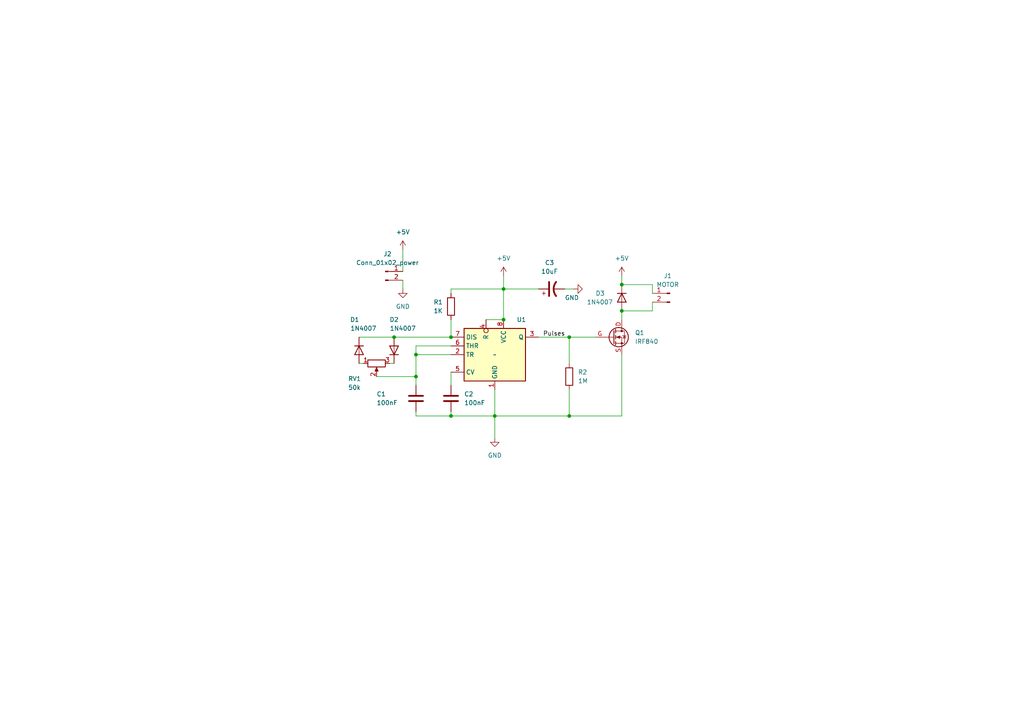
<source format=kicad_sch>
(kicad_sch (version 20230121) (generator eeschema)
  (paper "A4")
  (title_block (title "DC Motor Speed Control") (date "2023-12-28") (rev "1") (company "NileX Technology") (comment 1 "Electronics & Embedded Systems") (comment 4 "License GNU 2.0"))
  (lib_symbols
    (symbol "SchematicLib:100nF" (pin_numbers hide) (pin_names (offset 0.254))
      (property "Reference" "C" (at 0.635 2.54 0))
      (property "Value" "100nF" (at 0.635 -2.54 0))
      (symbol "100nF_0_1"
        (polyline (pts (xy -2.032 -0.762) (xy 2.032 -0.762)) (stroke (width 0.508)))
        (polyline (pts (xy -2.032 0.762) (xy 2.032 0.762)) (stroke (width 0.508)))
      )
      (symbol "100nF_1_1"
        (pin passive line (at 0 3.81 270) (length 2.794) (name "~") (number "1"))
        (pin passive line (at 0 -3.81 90) (length 2.794) (name "~") (number "2"))
      )
    )
    (symbol "SchematicLib:1N4007" (pin_numbers hide) (pin_names hide)
      (property "Reference" "D" (at 0 2.54 0))
      (property "Value" "1N4007" (at 0 -2.54 0))
      (symbol "1N4007_0_1"
        (polyline (pts (xy -1.27 1.27) (xy -1.27 -1.27)) (stroke (width 0.254)))
        (polyline (pts (xy 1.27 0) (xy -1.27 0)))
        (polyline (pts (xy 1.27 1.27) (xy 1.27 -1.27) (xy -1.27 0) (xy 1.27 1.27)) (stroke (width 0.254)))
      )
      (symbol "1N4007_1_1"
        (pin passive line (at 3.81 0 180) (length 2.54) (name "A") (number "A"))
        (pin passive line (at -3.81 0 0) (length 2.54) (name "K") (number "K"))
      )
    )
    (symbol "SchematicLib:C_Polarized_US" (pin_numbers hide) (pin_names (offset 0.254) hide)
      (property "Reference" "C" (at 0.635 2.54 0))
      (property "Value" "C_Polarized_US" (at 0.635 -2.54 0))
      (symbol "C_Polarized_US_0_1"
        (polyline (pts (xy -2.032 0.762) (xy 2.032 0.762)) (stroke (width 0.508)))
        (polyline (pts (xy -1.778 2.286) (xy -0.762 2.286)))
        (polyline (pts (xy -1.27 1.778) (xy -1.27 2.794)))
        (arc (start 2.032 -1.27) (mid 0 -0.5572) (end -2.032 -1.27) (stroke (width 0.508)))
      )
      (symbol "C_Polarized_US_1_1"
        (pin passive line (at 0 3.81 270) (length 2.794) (name "~") (number "1"))
        (pin passive line (at 0 -3.81 90) (length 3.302) (name "~") (number "2"))
      )
    )
    (symbol "SchematicLib:Conn_01x02_Pin" (pin_names (offset 1.016) hide)
      (property "Reference" "J" (at 0 2.54 0))
      (property "Value" "Conn_01x02_Pin" (at 0 -5.08 0))
      (symbol "Conn_01x02_Pin_1_1"
        (polyline (pts (xy 1.27 -2.54) (xy 0.8636 -2.54)) (stroke (width 0.1524)))
        (polyline (pts (xy 1.27 0) (xy 0.8636 0)) (stroke (width 0.1524)))
        (rectangle (start 0.8636 -2.413) (end 0 -2.667) (stroke (width 0.1524)) (fill (type outline)))
        (rectangle (start 0.8636 0.127) (end 0 -0.127) (stroke (width 0.1524)) (fill (type outline)))
        (pin passive line (at 5.08 0 180) (length 3.81) (name "Pin_1") (number "1"))
        (pin passive line (at 5.08 -2.54 180) (length 3.81) (name "Pin_2") (number "2"))
      )
    )
    (symbol "SchematicLib:Conn_01x02_power" (pin_names (offset 1.016) hide)
      (property "Reference" "J" (at 0 2.54 0))
      (property "Value" "Conn_01x02_power" (at 0 -5.08 0))
      (symbol "Conn_01x02_power_1_1"
        (polyline (pts (xy 1.27 -2.54) (xy 0.8636 -2.54)) (stroke (width 0.1524)))
        (polyline (pts (xy 1.27 0) (xy 0.8636 0)) (stroke (width 0.1524)))
        (rectangle (start 0.8636 -2.413) (end 0 -2.667) (stroke (width 0.1524)) (fill (type outline)))
        (rectangle (start 0.8636 0.127) (end 0 -0.127) (stroke (width 0.1524)) (fill (type outline)))
        (pin passive line (at 5.08 0 180) (length 3.81) (name "Pin_1") (number "1"))
        (pin passive line (at 5.08 -2.54 180) (length 3.81) (name "Pin_2") (number "2"))
      )
    )
    (symbol "SchematicLib:IRF840" (pin_names hide)
      (property "Reference" "Q" (at 5.08 1.905 0))
      (property "Value" "IRF840" (at 5.08 0 0))
      (symbol "IRF840_0_1"
        (polyline (pts (xy 0.254 0) (xy -2.54 0)))
        (polyline (pts (xy 0.254 1.905) (xy 0.254 -1.905)) (stroke (width 0.254)))
        (polyline (pts (xy 0.762 -1.27) (xy 0.762 -2.286)) (stroke (width 0.254)))
        (polyline (pts (xy 0.762 0.508) (xy 0.762 -0.508)) (stroke (width 0.254)))
        (polyline (pts (xy 0.762 2.286) (xy 0.762 1.27)) (stroke (width 0.254)))
        (polyline (pts (xy 2.54 2.54) (xy 2.54 1.778)))
        (polyline (pts (xy 2.54 -2.54) (xy 2.54 0) (xy 0.762 0)))
        (polyline (pts (xy 0.762 -1.778) (xy 3.302 -1.778) (xy 3.302 1.778) (xy 0.762 1.778)))
        (polyline (pts (xy 1.016 0) (xy 2.032 0.381) (xy 2.032 -0.381) (xy 1.016 0)) (fill (type outline)))
        (polyline (pts (xy 2.794 0.508) (xy 2.921 0.381) (xy 3.683 0.381) (xy 3.81 0.254)))
        (polyline (pts (xy 3.302 0.381) (xy 2.921 -0.254) (xy 3.683 -0.254) (xy 3.302 0.381)))
        (circle (center 1.651 0) (radius 2.794) (stroke (width 0.254)))
        (circle (center 2.54 -1.778) (radius 0.254) (fill (type outline)))
        (circle (center 2.54 1.778) (radius 0.254) (fill (type outline)))
      )
      (symbol "IRF840_1_1"
        (pin passive line (at 2.54 5.08 270) (length 2.54) (name "D") (number "D"))
        (pin input line (at -5.08 0 0) (length 2.54) (name "G") (number "G"))
        (pin passive line (at 2.54 -5.08 90) (length 2.54) (name "S") (number "S"))
      )
    )
    (symbol "SchematicLib:NE555D"
      (property "Reference" "U" (at 7.62 10.16 0))
      (symbol "NE555D_0_0"
        (pin power_in line (at 0 -10.16 90) (length 2.54) (name "GND") (number "1"))
        (pin power_in line (at 2.54 10.16 270) (length 2.54) (name "VCC") (number "8"))
      )
      (symbol "NE555D_0_1"
        (rectangle (start -8.89 -7.62) (end 8.89 7.62) (stroke (width 0.254)) (fill (type background)))
        (rectangle (start -8.89 7.62) (end 8.89 -7.62) (stroke (width 0.254)) (fill (type background)))
      )
      (symbol "NE555D_1_1"
        (pin input line (at -12.7 0 0) (length 3.81) (name "TR") (number "2"))
        (pin output line (at 12.7 5.08 180) (length 3.81) (name "Q") (number "3"))
        (pin input inverted (at -2.54 10.16 270) (length 3.81) (name "R") (number "4"))
        (pin input line (at -12.7 -5.08 0) (length 3.81) (name "CV") (number "5"))
        (pin input line (at -12.7 2.54 0) (length 3.81) (name "THR") (number "6"))
        (pin input line (at -12.7 5.08 0) (length 3.81) (name "DIS") (number "7"))
      )
    )
    (symbol "SchematicLib:R" (pin_numbers hide) (pin_names (offset 0))
      (property "Reference" "R" (at 2.032 0 90))
      (property "Value" "R" (at 0 0 90))
      (symbol "R_0_1"
        (rectangle (start -1.016 -2.54) (end 1.016 2.54) (stroke (width 0.254)))
      )
      (symbol "R_1_1"
        (pin passive line (at 0 3.81 270) (length 1.27) (name "~") (number "1"))
        (pin passive line (at 0 -3.81 90) (length 1.27) (name "~") (number "2"))
      )
    )
    (symbol "SchematicLib:R_Potentiometer" (pin_names (offset 1.016) hide)
      (property "Reference" "RV" (at -4.445 0 90))
      (property "Value" "50K" (at -2.54 0 90))
      (symbol "R_Potentiometer_0_1"
        (polyline (pts (xy 2.54 0) (xy 1.524 0)))
        (polyline (pts (xy 1.143 0) (xy 2.286 0.508) (xy 2.286 -0.508) (xy 1.143 0)) (fill (type outline)))
        (rectangle (start 1.016 2.54) (end -1.016 -2.54) (stroke (width 0.254)))
      )
      (symbol "R_Potentiometer_1_1"
        (pin passive line (at 0 3.81 270) (length 1.27) (name "1") (number "1"))
        (pin passive line (at 3.81 0 180) (length 1.27) (name "2") (number "2"))
        (pin passive line (at 0 -3.81 90) (length 1.27) (name "3") (number "3"))
      )
    )
    (symbol "power:+5V" (power) (pin_names (offset 0))
      (property "Value" "+5V" (at 0 3.556 0))
      (symbol "+5V_0_1"
        (polyline (pts (xy -0.762 1.27) (xy 0 2.54)))
        (polyline (pts (xy 0 0) (xy 0 2.54)))
        (polyline (pts (xy 0 2.54) (xy 0.762 1.27)))
      )
      (symbol "+5V_1_1"
        (pin power_in line (at 0 0 90) (length 0) hide (name "+5V") (number "1"))
      )
    )
    (symbol "power:GND" (power) (pin_names (offset 0))
      (property "Value" "GND" (at 0 -3.81 0))
      (symbol "GND_0_1"
        (polyline (pts (xy 0 0) (xy 0 -1.27) (xy 1.27 -1.27) (xy 0 -2.54) (xy -1.27 -1.27) (xy 0 -1.27)))
      )
      (symbol "GND_1_1"
        (pin power_in line (at 0 0 270) (length 0) hide (name "GND") (number "1"))
      )
    )
  )
  (junction (at 120.65 102.87))
  (junction (at 165.1 120.65))
  (junction (at 130.81 97.79))
  (junction (at 114.3 97.79))
  (junction (at 180.34 90.17))
  (junction (at 146.05 83.82))
  (junction (at 146.05 92.71))
  (junction (at 143.51 120.65))
  (junction (at 130.81 120.65))
  (junction (at 180.34 82.55))
  (junction (at 165.1 97.79))
  (junction (at 120.65 109.22))
  (wire (pts (xy 189.23 90.17) (xy 180.34 90.17)))
  (wire (pts (xy 165.1 97.79) (xy 165.1 105.41)))
  (wire (pts (xy 146.05 80.01) (xy 146.05 83.82)))
  (wire (pts (xy 165.1 113.03) (xy 165.1 120.65)))
  (wire (pts (xy 109.22 109.22) (xy 120.65 109.22)))
  (wire (pts (xy 165.1 97.79) (xy 172.72 97.79)))
  (wire (pts (xy 146.05 83.82) (xy 146.05 92.71)))
  (wire (pts (xy 113.03 105.41) (xy 114.3 105.41)))
  (wire (pts (xy 130.81 85.09) (xy 130.81 83.82)))
  (wire (pts (xy 180.34 90.17) (xy 180.34 92.71)))
  (wire (pts (xy 165.1 120.65) (xy 143.51 120.65)))
  (wire (pts (xy 120.65 100.33) (xy 120.65 102.87)))
  (wire (pts (xy 130.81 107.95) (xy 130.81 111.76)))
  (wire (pts (xy 104.14 97.79) (xy 114.3 97.79)))
  (wire (pts (xy 120.65 102.87) (xy 120.65 109.22)))
  (wire (pts (xy 130.81 119.38) (xy 130.81 120.65)))
  (wire (pts (xy 143.51 113.03) (xy 143.51 120.65)))
  (wire (pts (xy 104.14 105.41) (xy 105.41 105.41)))
  (wire (pts (xy 189.23 85.09) (xy 189.23 82.55)))
  (wire (pts (xy 180.34 120.65) (xy 165.1 120.65)))
  (wire (pts (xy 156.21 97.79) (xy 165.1 97.79)))
  (wire (pts (xy 120.65 119.38) (xy 120.65 120.65)))
  (wire (pts (xy 130.81 100.33) (xy 120.65 100.33)))
  (wire (pts (xy 120.65 102.87) (xy 130.81 102.87)))
  (wire (pts (xy 140.97 92.71) (xy 146.05 92.71)))
  (wire (pts (xy 116.84 72.39) (xy 116.84 78.74)))
  (wire (pts (xy 143.51 120.65) (xy 143.51 127)))
  (wire (pts (xy 130.81 92.71) (xy 130.81 97.79)))
  (wire (pts (xy 120.65 120.65) (xy 130.81 120.65)))
  (wire (pts (xy 130.81 120.65) (xy 143.51 120.65)))
  (wire (pts (xy 146.05 83.82) (xy 156.21 83.82)))
  (wire (pts (xy 114.3 97.79) (xy 130.81 97.79)))
  (wire (pts (xy 130.81 83.82) (xy 146.05 83.82)))
  (wire (pts (xy 189.23 82.55) (xy 180.34 82.55)))
  (wire (pts (xy 163.83 83.82) (xy 166.37 83.82)))
  (wire (pts (xy 116.84 81.28) (xy 116.84 83.82)))
  (wire (pts (xy 180.34 102.87) (xy 180.34 120.65)))
  (wire (pts (xy 180.34 80.01) (xy 180.34 82.55)))
  (wire (pts (xy 189.23 87.63) (xy 189.23 90.17)))
  (wire (pts (xy 120.65 109.22) (xy 120.65 111.76)))
  (label "Pulses" (at 157.48 97.79 0))
  (symbol (lib_id "power:GND") (at 143.51 127 0) (unit 1)
    (property "Reference" "#PWR01" (effects hide))
    (property "Value" "GND" (at 143.51 132.08 0))
  )
  (symbol (lib_id "SchematicLib:100nF") (at 130.81 115.57 0) (unit 1)
    (property "Reference" "C2" (at 134.62 114.3 0) (effects (justify left)))
    (property "Value" "100nF" (at 134.62 116.84 0) (effects (justify left)))
    (property "Footprint" "PCBlib:C_Axial_L5.1mm_D3.1mm_P7.50mm_Horizontal" (effects hide))
  )
  (symbol (lib_id "SchematicLib:100nF") (at 120.65 115.57 0) (unit 1)
    (property "Reference" "C1" (at 109.22 114.3 0) (effects (justify left)))
    (property "Value" "100nF" (at 109.22 116.84 0) (effects (justify left)))
    (property "Footprint" "PCBlib:C_Axial_L5.1mm_D3.1mm_P7.50mm_Horizontal" (effects hide))
  )
  (symbol (lib_id "SchematicLib:Conn_01x02_power") (at 111.76 78.74 0) (unit 1)
    (property "Reference" "J2" (at 112.395 73.66 0))
    (property "Value" "Conn_01x02_power" (at 112.395 76.2 0))
    (property "Footprint" "PCBlib:PinSocket_1x02_P2.54mm_Vertical" (effects hide))
  )
  (symbol (lib_id "power:GND") (at 116.84 83.82 0) (unit 1)
    (property "Reference" "#PWR06" (effects hide))
    (property "Value" "GND" (at 116.84 88.9 0))
  )
  (symbol (lib_id "power:+5V") (at 180.34 80.01 0) (unit 1)
    (property "Reference" "#PWR04" (effects hide))
    (property "Value" "+5V" (at 180.34 74.93 0))
  )
  (symbol (lib_id "SchematicLib:1N4007") (at 114.3 101.6 90) (unit 1)
    (property "Reference" "D2" (at 114.3 92.71 90))
    (property "Value" "1N4007" (at 116.84 95.25 90))
    (property "Footprint" "PCBlib:D_DO-41_SOD81_P7.62mm_Horizontal" (effects hide))
    (property "Datasheet" "http://www.vishay.com/docs/88503/1n4007.pdf" (effects hide))
    (property "Sim.Device" "D" (effects hide))
    (property "Sim.Pins" "1=K 2=A" (effects hide))
  )
  (symbol (lib_id "SchematicLib:C_Polarized_US") (at 160.02 83.82 90) (unit 1)
    (property "Reference" "C3" (at 159.385 76.2 90))
    (property "Value" "10uF" (at 159.385 78.74 90))
    (property "Footprint" "PCBlib:CP_Radial_Tantal_D6.0mm_P5.00mm" (effects hide))
  )
  (symbol (lib_id "SchematicLib:1N4007") (at 104.14 101.6 90) (mirror x) (unit 1)
    (property "Reference" "D1" (at 102.87 92.71 90))
    (property "Value" "1N4007" (at 105.41 95.25 90))
    (property "Footprint" "PCBlib:D_DO-41_SOD81_P7.62mm_Horizontal" (effects hide))
    (property "Datasheet" "http://www.vishay.com/docs/88503/1n4007.pdf" (effects hide))
    (property "Sim.Device" "D" (effects hide))
    (property "Sim.Pins" "1=K 2=A" (effects hide))
  )
  (symbol (lib_id "SchematicLib:Conn_01x02_Pin") (at 194.31 85.09 0) (mirror y) (unit 1)
    (property "Reference" "J1" (at 193.675 80.01 0))
    (property "Value" "MOTOR" (at 193.675 82.55 0))
    (property "Footprint" "PCBlib:TerminalBlock_Altech_AK300-2_P5.00mm" (effects hide))
  )
  (symbol (lib_id "power:GND") (at 166.37 83.82 90) (unit 1)
    (property "Reference" "#PWR03" (effects hide))
    (property "Value" "GND" (at 163.83 86.36 90) (effects (justify right)))
  )
  (symbol (lib_id "power:+5V") (at 146.05 80.01 0) (unit 1)
    (property "Reference" "#PWR02" (effects hide))
    (property "Value" "+5V" (at 146.05 74.93 0))
  )
  (symbol (lib_id "SchematicLib:R_Potentiometer") (at 109.22 105.41 90) (mirror x) (unit 1)
    (property "Reference" "RV1" (at 100.965 109.855 90) (effects (justify right)))
    (property "Value" "50k" (at 100.965 112.395 90) (effects (justify right)))
    (property "Footprint" "PCBlib:Potentiometer_Vishay_248BH-249BH_Single_Horizontal" (effects hide))
  )
  (symbol (lib_id "power:+5V") (at 116.84 72.39 0) (unit 1)
    (property "Reference" "#PWR05" (effects hide))
    (property "Value" "+5V" (at 116.84 67.31 0))
  )
  (symbol (lib_id "SchematicLib:IRF840") (at 177.8 97.79 0) (unit 1)
    (property "Reference" "Q1" (at 184.15 96.52 0) (effects (justify left)))
    (property "Value" "IRF840" (at 184.15 99.06 0) (effects (justify left)))
    (property "Footprint" "PCBlib:TO-220-3_Vertical" (effects hide))
  )
  (symbol (lib_id "SchematicLib:R") (at 130.81 88.9 0) (unit 1)
    (property "Reference" "R1" (at 125.73 87.63 0) (effects (justify left)))
    (property "Value" "1K" (at 125.73 90.17 0) (effects (justify left)))
    (property "Footprint" "PCBlib:R_Axial_DIN0207_L6.3mm_D2.5mm_P7.62mm_Horizontal" (effects hide))
  )
  (symbol (lib_id "SchematicLib:R") (at 165.1 109.22 0) (unit 1)
    (property "Reference" "R2" (at 167.64 107.95 0) (effects (justify left)))
    (property "Value" "1M" (at 167.64 110.49 0) (effects (justify left)))
    (property "Footprint" "PCBlib:R_Axial_DIN0207_L6.3mm_D2.5mm_P7.62mm_Horizontal" (effects hide))
  )
  (symbol (lib_id "SchematicLib:NE555D") (at 143.51 102.87 0) (unit 1)
    (property "Reference" "U1" (at 149.86 92.71 0) (effects (justify left)))
    (property "Value" "~" (at 143.51 102.87 0))
    (property "Footprint" "PCBlib:DIP-8_W7.62mm_LongPads" (effects hide))
  )
  (symbol (lib_id "SchematicLib:1N4007") (at 180.34 86.36 270) (unit 1)
    (property "Reference" "D3" (at 172.72 85.09 90) (effects (justify left)))
    (property "Value" "1N4007" (at 170.18 87.63 90) (effects (justify left)))
    (property "Footprint" "PCBlib:D_DO-41_SOD81_P7.62mm_Horizontal" (effects hide))
    (property "Datasheet" "http://www.vishay.com/docs/88503/1n4007.pdf" (effects hide))
    (property "Sim.Device" "D" (effects hide))
    (property "Sim.Pins" "1=K 2=A" (effects hide))
  )
)
</source>
